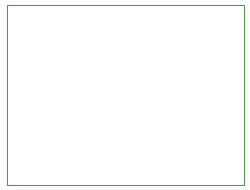
<source format=gbr>
G04 #@! TF.FileFunction,Profile,NP*
%FSLAX46Y46*%
G04 Gerber Fmt 4.6, Leading zero omitted, Abs format (unit mm)*
G04 Created by KiCad (PCBNEW 0.201501011931+5347~20~ubuntu14.04.1-product) date Tue 06 Jan 2015 03:25:15 PM EST*
%MOMM*%
G01*
G04 APERTURE LIST*
%ADD10C,0.100000*%
G04 APERTURE END LIST*
D10*
X0Y0D02*
X20066000Y0D01*
X0Y-15240000D02*
X0Y0D01*
X20066000Y-15240000D02*
X0Y-15240000D01*
X20066000Y0D02*
X20066000Y-15240000D01*
M02*

</source>
